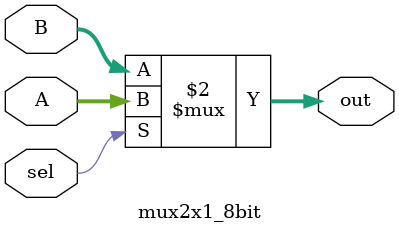
<source format=v>
`timescale 1ns / 1ps


module mux2x1_8bit(A, B, sel, out);

input [7:0]A,B;
input sel;
output [7:0]out;

assign out = (sel==1'b1)? A : B;
 
endmodule

</source>
